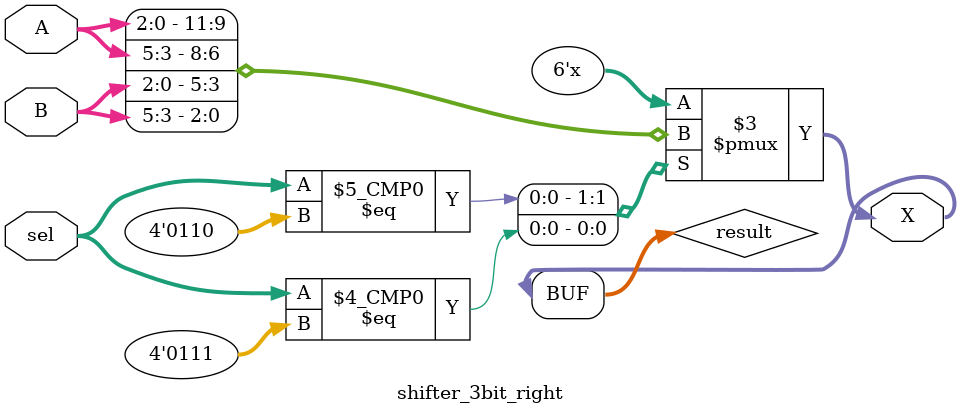
<source format=v>
`timescale 1ns / 1ps

module shifter_3bit_right(
    input [3:0] sel,
    input [5:0] A,
    input [5:0] B,
    output [5:0] X
    );

	reg [5:0] result;
	
	always @*
		case(sel)
			//shift A
			4'b0110 : result = {A[2:0], A[5:3]};
			//shift B
			4'b0111 : result = {B[2:0], B[5:3]};
		endcase
		
	assign X = result;

endmodule

</source>
